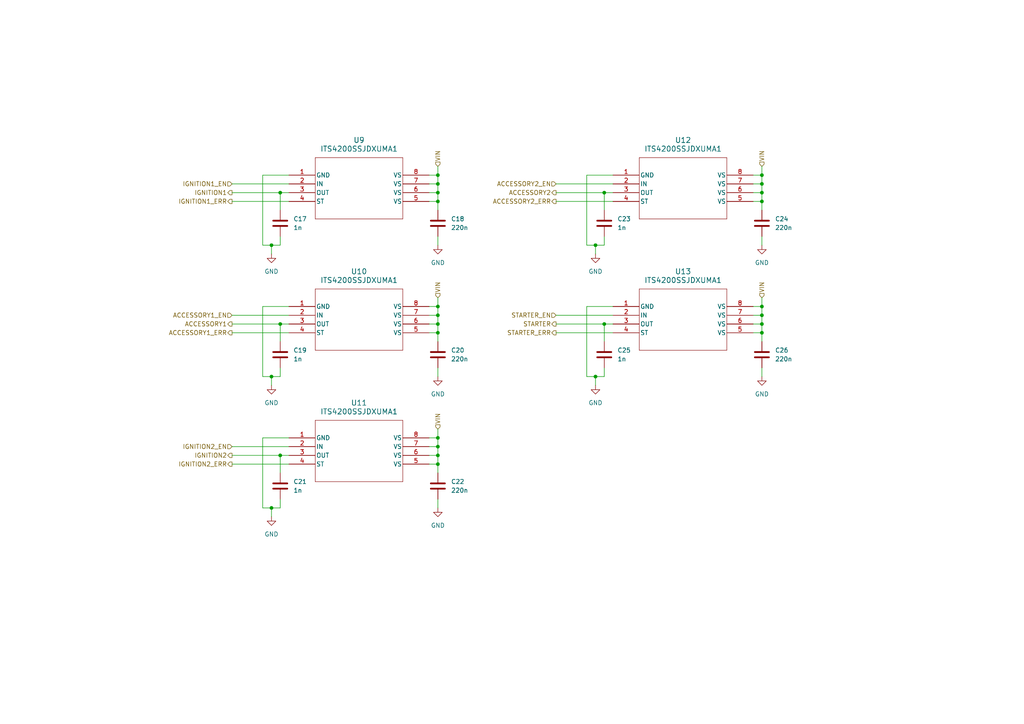
<source format=kicad_sch>
(kicad_sch (version 20230121) (generator eeschema)
  (paper "A4")
  (title_block (title "Control Module") (date "2023-11-22") (company "J2B") (comment 1 "Author: Ben Martens"))
  (lib_symbols
    (symbol "Device:C" (pin_numbers hide) (pin_names (offset 0.254))
      (property "Reference" "C" (at 0.635 2.54 0))
      (property "Value" "C" (at 0.635 -2.54 0))
      (symbol "C_0_1"
        (polyline (pts (xy -2.032 -0.762) (xy 2.032 -0.762)) (stroke (width 0.508)))
        (polyline (pts (xy -2.032 0.762) (xy 2.032 0.762)) (stroke (width 0.508)))
      )
      (symbol "C_1_1"
        (pin passive line (at 0 3.81 270) (length 2.794) (name "~") (number "1"))
        (pin passive line (at 0 -3.81 90) (length 2.794) (name "~") (number "2"))
      )
    )
    (symbol "ITS4200SSJDXUMA1:ITS4200SSJDXUMA1" (pin_names (offset 0.254))
      (property "Reference" "U" (at 20.32 10.16 0))
      (property "Value" "ITS4200SSJDXUMA1" (at 20.32 7.62 0))
      (symbol "ITS4200SSJDXUMA1_0_1"
        (polyline (pts (xy 7.62 -12.7) (xy 33.02 -12.7)) (stroke (width 0.127)))
        (polyline (pts (xy 7.62 5.08) (xy 7.62 -12.7)) (stroke (width 0.127)))
        (polyline (pts (xy 33.02 -12.7) (xy 33.02 5.08)) (stroke (width 0.127)))
        (polyline (pts (xy 33.02 5.08) (xy 7.62 5.08)) (stroke (width 0.127)))
        (pin input line (at 0 -2.54 0) (length 7.62) (name "IN") (number "2"))
        (pin output line (at 0 -5.08 0) (length 7.62) (name "OUT") (number "3"))
        (pin output line (at 0 -7.62 0) (length 7.62) (name "ST") (number "4"))
        (pin power_in line (at 40.64 -7.62 180) (length 7.62) (name "VS") (number "5"))
        (pin power_in line (at 40.64 -5.08 180) (length 7.62) (name "VS") (number "6"))
        (pin power_in line (at 40.64 -2.54 180) (length 7.62) (name "VS") (number "7"))
        (pin power_in line (at 40.64 0 180) (length 7.62) (name "VS") (number "8"))
      )
      (symbol "ITS4200SSJDXUMA1_1_1"
        (pin power_in line (at 0 0 0) (length 7.62) (name "GND") (number "1"))
      )
    )
    (symbol "ITS4200SSJDXUMA1_1" (pin_names (offset 0.254))
      (property "Reference" "U" (at 20.32 10.16 0))
      (property "Value" "ITS4200SSJDXUMA1" (at 20.32 7.62 0))
      (symbol "ITS4200SSJDXUMA1_1_0_1"
        (polyline (pts (xy 7.62 -12.7) (xy 33.02 -12.7)) (stroke (width 0.127)))
        (polyline (pts (xy 7.62 5.08) (xy 7.62 -12.7)) (stroke (width 0.127)))
        (polyline (pts (xy 33.02 -12.7) (xy 33.02 5.08)) (stroke (width 0.127)))
        (polyline (pts (xy 33.02 5.08) (xy 7.62 5.08)) (stroke (width 0.127)))
        (pin input line (at 0 -2.54 0) (length 7.62) (name "IN") (number "2"))
        (pin output line (at 0 -5.08 0) (length 7.62) (name "OUT") (number "3"))
        (pin output line (at 0 -7.62 0) (length 7.62) (name "ST") (number "4"))
        (pin power_in line (at 40.64 -7.62 180) (length 7.62) (name "VS") (number "5"))
        (pin power_in line (at 40.64 -5.08 180) (length 7.62) (name "VS") (number "6"))
        (pin power_in line (at 40.64 -2.54 180) (length 7.62) (name "VS") (number "7"))
        (pin power_in line (at 40.64 0 180) (length 7.62) (name "VS") (number "8"))
      )
      (symbol "ITS4200SSJDXUMA1_1_1_1"
        (pin power_in line (at 0 0 0) (length 7.62) (name "GND") (number "1"))
      )
    )
    (symbol "ITS4200SSJDXUMA1_2" (pin_names (offset 0.254))
      (property "Reference" "U" (at 20.32 10.16 0))
      (property "Value" "ITS4200SSJDXUMA1" (at 20.32 7.62 0))
      (symbol "ITS4200SSJDXUMA1_2_0_1"
        (polyline (pts (xy 7.62 -12.7) (xy 33.02 -12.7)) (stroke (width 0.127)))
        (polyline (pts (xy 7.62 5.08) (xy 7.62 -12.7)) (stroke (width 0.127)))
        (polyline (pts (xy 33.02 -12.7) (xy 33.02 5.08)) (stroke (width 0.127)))
        (polyline (pts (xy 33.02 5.08) (xy 7.62 5.08)) (stroke (width 0.127)))
        (pin input line (at 0 -2.54 0) (length 7.62) (name "IN") (number "2"))
        (pin output line (at 0 -5.08 0) (length 7.62) (name "OUT") (number "3"))
        (pin output line (at 0 -7.62 0) (length 7.62) (name "ST") (number "4"))
        (pin power_in line (at 40.64 -7.62 180) (length 7.62) (name "VS") (number "5"))
        (pin power_in line (at 40.64 -5.08 180) (length 7.62) (name "VS") (number "6"))
        (pin power_in line (at 40.64 -2.54 180) (length 7.62) (name "VS") (number "7"))
        (pin power_in line (at 40.64 0 180) (length 7.62) (name "VS") (number "8"))
      )
      (symbol "ITS4200SSJDXUMA1_2_1_1"
        (pin power_in line (at 0 0 0) (length 7.62) (name "GND") (number "1"))
      )
    )
    (symbol "ITS4200SSJDXUMA1_3" (pin_names (offset 0.254))
      (property "Reference" "U" (at 20.32 10.16 0))
      (property "Value" "ITS4200SSJDXUMA1" (at 20.32 7.62 0))
      (symbol "ITS4200SSJDXUMA1_3_0_1"
        (polyline (pts (xy 7.62 -12.7) (xy 33.02 -12.7)) (stroke (width 0.127)))
        (polyline (pts (xy 7.62 5.08) (xy 7.62 -12.7)) (stroke (width 0.127)))
        (polyline (pts (xy 33.02 -12.7) (xy 33.02 5.08)) (stroke (width 0.127)))
        (polyline (pts (xy 33.02 5.08) (xy 7.62 5.08)) (stroke (width 0.127)))
        (pin input line (at 0 -2.54 0) (length 7.62) (name "IN") (number "2"))
        (pin output line (at 0 -5.08 0) (length 7.62) (name "OUT") (number "3"))
        (pin output line (at 0 -7.62 0) (length 7.62) (name "ST") (number "4"))
        (pin power_in line (at 40.64 -7.62 180) (length 7.62) (name "VS") (number "5"))
        (pin power_in line (at 40.64 -5.08 180) (length 7.62) (name "VS") (number "6"))
        (pin power_in line (at 40.64 -2.54 180) (length 7.62) (name "VS") (number "7"))
        (pin power_in line (at 40.64 0 180) (length 7.62) (name "VS") (number "8"))
      )
      (symbol "ITS4200SSJDXUMA1_3_1_1"
        (pin power_in line (at 0 0 0) (length 7.62) (name "GND") (number "1"))
      )
    )
    (symbol "ITS4200SSJDXUMA1_4" (pin_names (offset 0.254))
      (property "Reference" "U" (at 20.32 10.16 0))
      (property "Value" "ITS4200SSJDXUMA1" (at 20.32 7.62 0))
      (symbol "ITS4200SSJDXUMA1_4_0_1"
        (polyline (pts (xy 7.62 -12.7) (xy 33.02 -12.7)) (stroke (width 0.127)))
        (polyline (pts (xy 7.62 5.08) (xy 7.62 -12.7)) (stroke (width 0.127)))
        (polyline (pts (xy 33.02 -12.7) (xy 33.02 5.08)) (stroke (width 0.127)))
        (polyline (pts (xy 33.02 5.08) (xy 7.62 5.08)) (stroke (width 0.127)))
        (pin input line (at 0 -2.54 0) (length 7.62) (name "IN") (number "2"))
        (pin output line (at 0 -5.08 0) (length 7.62) (name "OUT") (number "3"))
        (pin output line (at 0 -7.62 0) (length 7.62) (name "ST") (number "4"))
        (pin power_in line (at 40.64 -7.62 180) (length 7.62) (name "VS") (number "5"))
        (pin power_in line (at 40.64 -5.08 180) (length 7.62) (name "VS") (number "6"))
        (pin power_in line (at 40.64 -2.54 180) (length 7.62) (name "VS") (number "7"))
        (pin power_in line (at 40.64 0 180) (length 7.62) (name "VS") (number "8"))
      )
      (symbol "ITS4200SSJDXUMA1_4_1_1"
        (pin power_in line (at 0 0 0) (length 7.62) (name "GND") (number "1"))
      )
    )
    (symbol "power:GND" (power) (pin_names (offset 0))
      (property "Value" "GND" (at 0 -3.81 0))
      (symbol "GND_0_1"
        (polyline (pts (xy 0 0) (xy 0 -1.27) (xy 1.27 -1.27) (xy 0 -2.54) (xy -1.27 -1.27) (xy 0 -1.27)))
      )
      (symbol "GND_1_1"
        (pin power_in line (at 0 0 270) (length 0) hide (name "GND") (number "1"))
      )
    )
  )
  (junction (at 127 91.44))
  (junction (at 127 93.98))
  (junction (at 220.98 58.42))
  (junction (at 81.28 55.88))
  (junction (at 220.98 96.52))
  (junction (at 220.98 55.88))
  (junction (at 172.72 71.12))
  (junction (at 220.98 50.8))
  (junction (at 175.26 55.88))
  (junction (at 220.98 93.98))
  (junction (at 220.98 88.9))
  (junction (at 78.74 147.32))
  (junction (at 172.72 109.22))
  (junction (at 220.98 91.44))
  (junction (at 220.98 53.34))
  (junction (at 81.28 93.98))
  (junction (at 127 50.8))
  (junction (at 127 55.88))
  (junction (at 127 53.34))
  (junction (at 127 96.52))
  (junction (at 78.74 109.22))
  (junction (at 127 132.08))
  (junction (at 127 58.42))
  (junction (at 81.28 132.08))
  (junction (at 78.74 71.12))
  (junction (at 127 129.54))
  (junction (at 127 127))
  (junction (at 175.26 93.98))
  (junction (at 127 88.9))
  (junction (at 127 134.62))
  (wire (pts (xy 175.26 55.88) (xy 175.26 60.96)))
  (wire (pts (xy 81.28 93.98) (xy 83.82 93.98)))
  (wire (pts (xy 220.98 50.8) (xy 218.44 50.8)))
  (wire (pts (xy 78.74 73.66) (xy 78.74 71.12)))
  (wire (pts (xy 175.26 68.58) (xy 175.26 71.12)))
  (wire (pts (xy 175.26 106.68) (xy 175.26 109.22)))
  (wire (pts (xy 127 55.88) (xy 124.46 55.88)))
  (wire (pts (xy 76.2 71.12) (xy 78.74 71.12)))
  (wire (pts (xy 127 129.54) (xy 127 132.08)))
  (wire (pts (xy 81.28 55.88) (xy 81.28 60.96)))
  (wire (pts (xy 161.29 96.52) (xy 177.8 96.52)))
  (wire (pts (xy 78.74 111.76) (xy 78.74 109.22)))
  (wire (pts (xy 175.26 93.98) (xy 175.26 99.06)))
  (wire (pts (xy 76.2 50.8) (xy 83.82 50.8)))
  (wire (pts (xy 175.26 93.98) (xy 177.8 93.98)))
  (wire (pts (xy 161.29 91.44) (xy 177.8 91.44)))
  (wire (pts (xy 175.26 55.88) (xy 177.8 55.88)))
  (wire (pts (xy 170.18 71.12) (xy 172.72 71.12)))
  (wire (pts (xy 220.98 50.8) (xy 220.98 53.34)))
  (wire (pts (xy 220.98 88.9) (xy 220.98 91.44)))
  (wire (pts (xy 127 91.44) (xy 124.46 91.44)))
  (wire (pts (xy 161.29 93.98) (xy 175.26 93.98)))
  (wire (pts (xy 127 50.8) (xy 124.46 50.8)))
  (wire (pts (xy 127 127) (xy 124.46 127)))
  (wire (pts (xy 175.26 109.22) (xy 172.72 109.22)))
  (wire (pts (xy 76.2 127) (xy 83.82 127)))
  (wire (pts (xy 220.98 93.98) (xy 220.98 96.52)))
  (wire (pts (xy 220.98 86.36) (xy 220.98 88.9)))
  (wire (pts (xy 127 86.36) (xy 127 88.9)))
  (wire (pts (xy 76.2 109.22) (xy 78.74 109.22)))
  (wire (pts (xy 67.31 132.08) (xy 81.28 132.08)))
  (wire (pts (xy 67.31 58.42) (xy 83.82 58.42)))
  (wire (pts (xy 220.98 96.52) (xy 220.98 99.06)))
  (wire (pts (xy 220.98 53.34) (xy 220.98 55.88)))
  (wire (pts (xy 220.98 68.58) (xy 220.98 71.12)))
  (wire (pts (xy 127 96.52) (xy 127 99.06)))
  (wire (pts (xy 161.29 55.88) (xy 175.26 55.88)))
  (wire (pts (xy 76.2 147.32) (xy 76.2 127)))
  (wire (pts (xy 220.98 93.98) (xy 218.44 93.98)))
  (wire (pts (xy 81.28 132.08) (xy 83.82 132.08)))
  (wire (pts (xy 127 88.9) (xy 127 91.44)))
  (wire (pts (xy 220.98 91.44) (xy 220.98 93.98)))
  (wire (pts (xy 127 134.62) (xy 127 137.16)))
  (wire (pts (xy 127 53.34) (xy 124.46 53.34)))
  (wire (pts (xy 220.98 88.9) (xy 218.44 88.9)))
  (wire (pts (xy 220.98 58.42) (xy 220.98 60.96)))
  (wire (pts (xy 127 91.44) (xy 127 93.98)))
  (wire (pts (xy 127 55.88) (xy 127 58.42)))
  (wire (pts (xy 161.29 58.42) (xy 177.8 58.42)))
  (wire (pts (xy 127 53.34) (xy 127 55.88)))
  (wire (pts (xy 220.98 58.42) (xy 218.44 58.42)))
  (wire (pts (xy 220.98 55.88) (xy 218.44 55.88)))
  (wire (pts (xy 67.31 134.62) (xy 83.82 134.62)))
  (wire (pts (xy 127 93.98) (xy 127 96.52)))
  (wire (pts (xy 170.18 88.9) (xy 177.8 88.9)))
  (wire (pts (xy 127 68.58) (xy 127 71.12)))
  (wire (pts (xy 81.28 106.68) (xy 81.28 109.22)))
  (wire (pts (xy 67.31 93.98) (xy 81.28 93.98)))
  (wire (pts (xy 220.98 53.34) (xy 218.44 53.34)))
  (wire (pts (xy 161.29 53.34) (xy 177.8 53.34)))
  (wire (pts (xy 127 124.46) (xy 127 127)))
  (wire (pts (xy 127 88.9) (xy 124.46 88.9)))
  (wire (pts (xy 127 48.26) (xy 127 50.8)))
  (wire (pts (xy 76.2 88.9) (xy 83.82 88.9)))
  (wire (pts (xy 170.18 71.12) (xy 170.18 50.8)))
  (wire (pts (xy 127 132.08) (xy 127 134.62)))
  (wire (pts (xy 127 58.42) (xy 124.46 58.42)))
  (wire (pts (xy 81.28 109.22) (xy 78.74 109.22)))
  (wire (pts (xy 81.28 68.58) (xy 81.28 71.12)))
  (wire (pts (xy 76.2 109.22) (xy 76.2 88.9)))
  (wire (pts (xy 170.18 109.22) (xy 172.72 109.22)))
  (wire (pts (xy 127 129.54) (xy 124.46 129.54)))
  (wire (pts (xy 78.74 149.86) (xy 78.74 147.32)))
  (wire (pts (xy 81.28 55.88) (xy 83.82 55.88)))
  (wire (pts (xy 67.31 129.54) (xy 83.82 129.54)))
  (wire (pts (xy 76.2 71.12) (xy 76.2 50.8)))
  (wire (pts (xy 220.98 48.26) (xy 220.98 50.8)))
  (wire (pts (xy 127 93.98) (xy 124.46 93.98)))
  (wire (pts (xy 170.18 109.22) (xy 170.18 88.9)))
  (wire (pts (xy 81.28 144.78) (xy 81.28 147.32)))
  (wire (pts (xy 67.31 91.44) (xy 83.82 91.44)))
  (wire (pts (xy 172.72 111.76) (xy 172.72 109.22)))
  (wire (pts (xy 81.28 93.98) (xy 81.28 99.06)))
  (wire (pts (xy 127 106.68) (xy 127 109.22)))
  (wire (pts (xy 127 127) (xy 127 129.54)))
  (wire (pts (xy 81.28 132.08) (xy 81.28 137.16)))
  (wire (pts (xy 127 96.52) (xy 124.46 96.52)))
  (wire (pts (xy 127 144.78) (xy 127 147.32)))
  (wire (pts (xy 220.98 55.88) (xy 220.98 58.42)))
  (wire (pts (xy 67.31 96.52) (xy 83.82 96.52)))
  (wire (pts (xy 127 58.42) (xy 127 60.96)))
  (wire (pts (xy 81.28 71.12) (xy 78.74 71.12)))
  (wire (pts (xy 127 134.62) (xy 124.46 134.62)))
  (wire (pts (xy 127 132.08) (xy 124.46 132.08)))
  (wire (pts (xy 170.18 50.8) (xy 177.8 50.8)))
  (wire (pts (xy 127 50.8) (xy 127 53.34)))
  (wire (pts (xy 175.26 71.12) (xy 172.72 71.12)))
  (wire (pts (xy 220.98 91.44) (xy 218.44 91.44)))
  (wire (pts (xy 76.2 147.32) (xy 78.74 147.32)))
  (wire (pts (xy 67.31 53.34) (xy 83.82 53.34)))
  (wire (pts (xy 172.72 73.66) (xy 172.72 71.12)))
  (wire (pts (xy 220.98 106.68) (xy 220.98 109.22)))
  (wire (pts (xy 81.28 147.32) (xy 78.74 147.32)))
  (wire (pts (xy 67.31 55.88) (xy 81.28 55.88)))
  (wire (pts (xy 220.98 96.52) (xy 218.44 96.52)))
  (hierarchical_label "STARTER_EN" (shape input) (at 161.29 91.44 180))
  (hierarchical_label "VIN" (shape input) (at 127 86.36 90))
  (hierarchical_label "ACCESSORY2_ERR" (shape output) (at 161.29 58.42 180))
  (hierarchical_label "STARTER" (shape output) (at 161.29 93.98 180))
  (hierarchical_label "STARTER_ERR" (shape output) (at 161.29 96.52 180))
  (hierarchical_label "ACCESSORY1" (shape output) (at 67.31 93.98 180))
  (hierarchical_label "VIN" (shape input) (at 220.98 86.36 90))
  (hierarchical_label "IGNITION2_ERR" (shape output) (at 67.31 134.62 180))
  (hierarchical_label "IGNITION1" (shape output) (at 67.31 55.88 180))
  (hierarchical_label "IGNITION1_EN" (shape input) (at 67.31 53.34 180))
  (hierarchical_label "IGNITION2_EN" (shape input) (at 67.31 129.54 180))
  (hierarchical_label "ACCESSORY2_EN" (shape input) (at 161.29 53.34 180))
  (hierarchical_label "IGNITION2" (shape output) (at 67.31 132.08 180))
  (hierarchical_label "ACCESSORY2" (shape output) (at 161.29 55.88 180))
  (hierarchical_label "ACCESSORY1_EN" (shape input) (at 67.31 91.44 180))
  (hierarchical_label "ACCESSORY1_ERR" (shape output) (at 67.31 96.52 180))
  (hierarchical_label "VIN" (shape input) (at 127 48.26 90))
  (hierarchical_label "IGNITION1_ERR" (shape output) (at 67.31 58.42 180))
  (hierarchical_label "VIN" (shape input) (at 220.98 48.26 90))
  (hierarchical_label "VIN" (shape input) (at 127 124.46 90))
  (symbol (lib_id "Device:C") (at 175.26 64.77 180) (unit 1)
    (property "Reference" "C23" (at 179.07 63.5 0) (effects (justify right)))
    (property "Value" "1n" (at 179.07 66.04 0) (effects (justify right)))
    (property "Footprint" "Capacitor_SMD:C_0603_1608Metric" (effects hide))
  )
  (symbol (lib_id "Device:C") (at 81.28 102.87 180) (unit 1)
    (property "Reference" "C19" (at 85.09 101.6 0) (effects (justify right)))
    (property "Value" "1n" (at 85.09 104.14 0) (effects (justify right)))
    (property "Footprint" "Capacitor_SMD:C_0603_1608Metric" (effects hide))
  )
  (symbol (lib_id "Device:C") (at 81.28 140.97 180) (unit 1)
    (property "Reference" "C21" (at 85.09 139.7 0) (effects (justify right)))
    (property "Value" "1n" (at 85.09 142.24 0) (effects (justify right)))
    (property "Footprint" "Capacitor_SMD:C_0603_1608Metric" (effects hide))
  )
  (symbol (lib_id "Device:C") (at 127 102.87 180) (unit 1)
    (property "Reference" "C20" (at 130.81 101.6 0) (effects (justify right)))
    (property "Value" "220n" (at 130.81 104.14 0) (effects (justify right)))
    (property "Footprint" "Capacitor_SMD:C_0603_1608Metric" (effects hide))
  )
  (symbol (lib_id "power:GND") (at 78.74 111.76 0) (unit 1)
    (property "Reference" "#PWR028" (effects hide))
    (property "Value" "GND" (at 78.74 116.84 0))
  )
  (symbol (lib_id "Device:C") (at 220.98 102.87 180) (unit 1)
    (property "Reference" "C26" (at 224.79 101.6 0) (effects (justify right)))
    (property "Value" "220n" (at 224.79 104.14 0) (effects (justify right)))
    (property "Footprint" "Capacitor_SMD:C_0603_1608Metric" (effects hide))
  )
  (symbol (lib_id "power:GND") (at 172.72 111.76 0) (unit 1)
    (property "Reference" "#PWR037" (effects hide))
    (property "Value" "GND" (at 172.72 116.84 0))
  )
  (symbol (lib_name "ITS4200SSJDXUMA1_4") (lib_id "ITS4200SSJDXUMA1:ITS4200SSJDXUMA1") (at 83.82 127 0) (unit 1)
    (property "Reference" "U11" (at 104.14 116.84 0) (effects (font (size 1.524 1.524))))
    (property "Value" "ITS4200SSJDXUMA1" (at 104.14 119.38 0) (effects (font (size 1.524 1.524))))
    (property "Footprint" "ITS4200SSJDXUMA1:PG-DSO-8-24_INF" (effects hide))
    (property "Datasheet" "ITS4200SSJDXUMA1" (effects hide))
  )
  (symbol (lib_id "power:GND") (at 78.74 149.86 0) (unit 1)
    (property "Reference" "#PWR030" (effects hide))
    (property "Value" "GND" (at 78.74 154.94 0))
  )
  (symbol (lib_name "ITS4200SSJDXUMA1_1") (lib_id "ITS4200SSJDXUMA1:ITS4200SSJDXUMA1") (at 83.82 50.8 0) (unit 1)
    (property "Reference" "U9" (at 104.14 40.64 0) (effects (font (size 1.524 1.524))))
    (property "Value" "ITS4200SSJDXUMA1" (at 104.14 43.18 0) (effects (font (size 1.524 1.524))))
    (property "Footprint" "ITS4200SSJDXUMA1:PG-DSO-8-24_INF" (effects hide))
    (property "Datasheet" "ITS4200SSJDXUMA1" (effects hide))
  )
  (symbol (lib_id "power:GND") (at 127 147.32 0) (unit 1)
    (property "Reference" "#PWR031" (effects hide))
    (property "Value" "GND" (at 127 152.4 0))
  )
  (symbol (lib_id "Device:C") (at 220.98 64.77 180) (unit 1)
    (property "Reference" "C24" (at 224.79 63.5 0) (effects (justify right)))
    (property "Value" "220n" (at 224.79 66.04 0) (effects (justify right)))
    (property "Footprint" "Capacitor_SMD:C_0603_1608Metric" (effects hide))
  )
  (symbol (lib_id "ITS4200SSJDXUMA1:ITS4200SSJDXUMA1") (at 177.8 88.9 0) (unit 1)
    (property "Reference" "U13" (at 198.12 78.74 0) (effects (font (size 1.524 1.524))))
    (property "Value" "ITS4200SSJDXUMA1" (at 198.12 81.28 0) (effects (font (size 1.524 1.524))))
    (property "Footprint" "ITS4200SSJDXUMA1:PG-DSO-8-24_INF" (effects hide))
    (property "Datasheet" "ITS4200SSJDXUMA1" (effects hide))
  )
  (symbol (lib_id "power:GND") (at 127 71.12 0) (unit 1)
    (property "Reference" "#PWR027" (effects hide))
    (property "Value" "GND" (at 127 76.2 0))
  )
  (symbol (lib_id "Device:C") (at 127 64.77 180) (unit 1)
    (property "Reference" "C18" (at 130.81 63.5 0) (effects (justify right)))
    (property "Value" "220n" (at 130.81 66.04 0) (effects (justify right)))
    (property "Footprint" "Capacitor_SMD:C_0603_1608Metric" (effects hide))
  )
  (symbol (lib_id "power:GND") (at 220.98 109.22 0) (unit 1)
    (property "Reference" "#PWR038" (effects hide))
    (property "Value" "GND" (at 220.98 114.3 0))
  )
  (symbol (lib_id "Device:C") (at 127 140.97 180) (unit 1)
    (property "Reference" "C22" (at 130.81 139.7 0) (effects (justify right)))
    (property "Value" "220n" (at 130.81 142.24 0) (effects (justify right)))
    (property "Footprint" "Capacitor_SMD:C_0603_1608Metric" (effects hide))
  )
  (symbol (lib_id "Device:C") (at 81.28 64.77 180) (unit 1)
    (property "Reference" "C17" (at 85.09 63.5 0) (effects (justify right)))
    (property "Value" "1n" (at 85.09 66.04 0) (effects (justify right)))
    (property "Footprint" "Capacitor_SMD:C_0603_1608Metric" (effects hide))
  )
  (symbol (lib_id "power:GND") (at 220.98 71.12 0) (unit 1)
    (property "Reference" "#PWR036" (effects hide))
    (property "Value" "GND" (at 220.98 76.2 0))
  )
  (symbol (lib_name "ITS4200SSJDXUMA1_3") (lib_id "ITS4200SSJDXUMA1:ITS4200SSJDXUMA1") (at 83.82 88.9 0) (unit 1)
    (property "Reference" "U10" (at 104.14 78.74 0) (effects (font (size 1.524 1.524))))
    (property "Value" "ITS4200SSJDXUMA1" (at 104.14 81.28 0) (effects (font (size 1.524 1.524))))
    (property "Footprint" "ITS4200SSJDXUMA1:PG-DSO-8-24_INF" (effects hide))
    (property "Datasheet" "ITS4200SSJDXUMA1" (effects hide))
  )
  (symbol (lib_id "power:GND") (at 172.72 73.66 0) (unit 1)
    (property "Reference" "#PWR035" (effects hide))
    (property "Value" "GND" (at 172.72 78.74 0))
  )
  (symbol (lib_id "power:GND") (at 127 109.22 0) (unit 1)
    (property "Reference" "#PWR029" (effects hide))
    (property "Value" "GND" (at 127 114.3 0))
  )
  (symbol (lib_id "power:GND") (at 78.74 73.66 0) (unit 1)
    (property "Reference" "#PWR026" (effects hide))
    (property "Value" "GND" (at 78.74 78.74 0))
  )
  (symbol (lib_id "Device:C") (at 175.26 102.87 180) (unit 1)
    (property "Reference" "C25" (at 179.07 101.6 0) (effects (justify right)))
    (property "Value" "1n" (at 179.07 104.14 0) (effects (justify right)))
    (property "Footprint" "Capacitor_SMD:C_0603_1608Metric" (effects hide))
  )
  (symbol (lib_name "ITS4200SSJDXUMA1_2") (lib_id "ITS4200SSJDXUMA1:ITS4200SSJDXUMA1") (at 177.8 50.8 0) (unit 1)
    (property "Reference" "U12" (at 198.12 40.64 0) (effects (font (size 1.524 1.524))))
    (property "Value" "ITS4200SSJDXUMA1" (at 198.12 43.18 0) (effects (font (size 1.524 1.524))))
    (property "Footprint" "ITS4200SSJDXUMA1:PG-DSO-8-24_INF" (effects hide))
    (property "Datasheet" "ITS4200SSJDXUMA1" (effects hide))
  )
)
</source>
